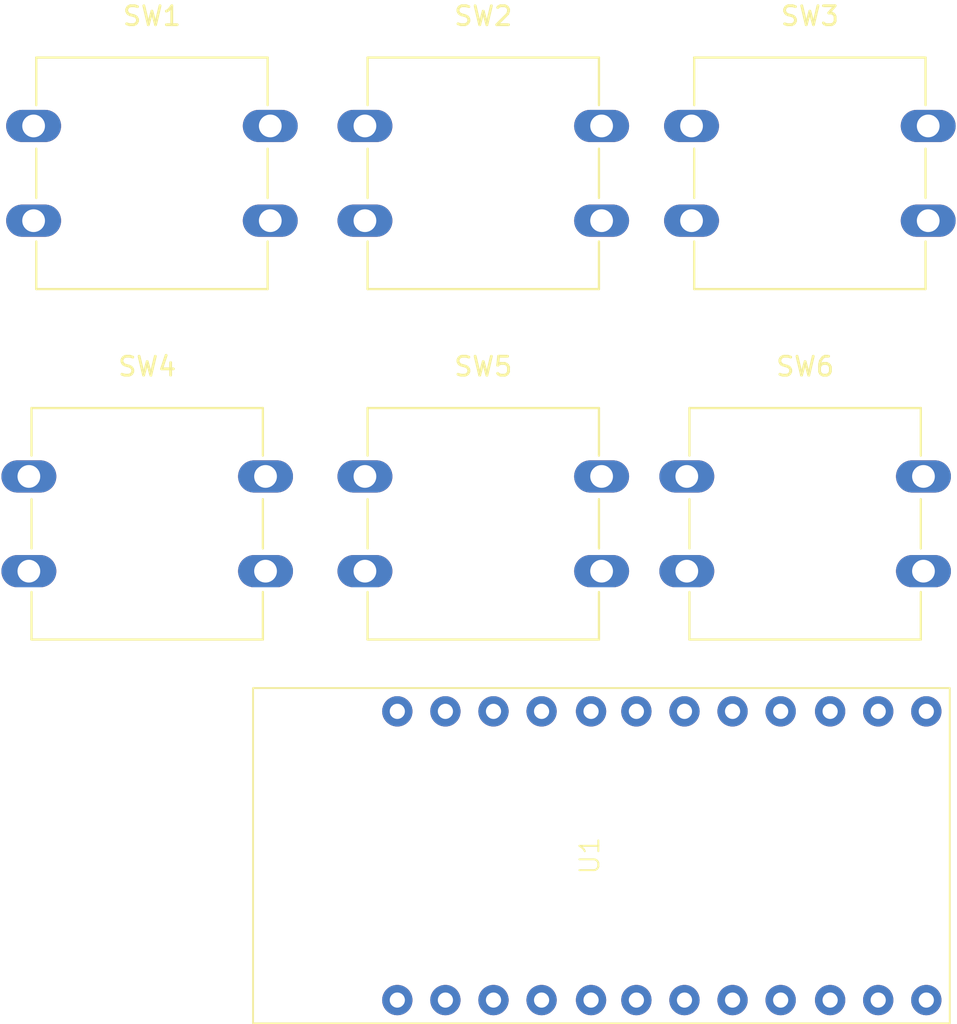
<source format=kicad_pcb>
(kicad_pcb (version 20241229) (generator "pcbnew") (generator_version "9.0")
  (layers (0 "F.Cu" signal) (2 "B.Cu" signal) (13 "F.Paste" user) (15 "B.Paste" user) (5 "F.SilkS" user "F.Silkscreen") (7 "B.SilkS" user "B.Silkscreen") (1 "F.Mask" user) (3 "B.Mask" user) (25 "Edge.Cuts" user))
  (net 0 "")
  (net 1 "GND")
  (net 2 "Net-(U1-2)")
  (net 3 "Net-(U1-3)")
  (net 4 "Net-(U1-4)")
  (net 5 "Net-(U1-5)")
  (net 6 "Net-(U1-6)")
  (net 7 "Net-(U1-7)")
  (footprint "Button_Switch_THT:SW_SPST_Omron_B3F-40xx" (layer "F.Cu") (at 40 49.5)
    (property "Reference" "SW4" (at 6.25 -5.8 0) (layer "F.SilkS"))
    (property "Value" "SW_Push")
    (fp_line (start 0.14 -3.61) (end 0.14 -1.1) (stroke (width 0.12)) (layer "F.SilkS"))
    (fp_line (start 0.14 -3.61) (end 12.36 -3.61) (stroke (width 0.12)) (layer "F.SilkS"))
    (fp_line (start 0.14 1.2) (end 0.14 3.8) (stroke (width 0.12)) (layer "F.SilkS"))
    (fp_line (start 0.14 6.1) (end 0.14 8.61) (stroke (width 0.12)) (layer "F.SilkS"))
    (fp_line (start 12.36 -3.61) (end 12.36 -1.1) (stroke (width 0.12)) (layer "F.SilkS"))
    (fp_line (start 12.36 1.2) (end 12.36 3.8) (stroke (width 0.12)) (layer "F.SilkS"))
    (fp_line (start 12.36 6.1) (end 12.36 8.61) (stroke (width 0.12)) (layer "F.SilkS"))
    (fp_line (start 12.36 8.61) (end 0.14 8.61) (stroke (width 0.12)) (layer "F.SilkS"))
    (pad "" np_thru_hole circle (at 6.25 -2) (size 1.8 1.8) (drill 1.8) (layers "*.Cu" "*.Mask"))
    (pad "" np_thru_hole circle (at 6.25 7) (size 1.8 1.8) (drill 1.8) (layers "*.Cu" "*.Mask"))
    (pad "1" thru_hole oval (at 0 0) (size 2.9 1.7) (drill 1.2) (layers "*.Cu" "*.Mask") (net 5 "Net-(U1-5)"))
    (pad "1" thru_hole oval (at 12.5 0) (size 2.9 1.7) (drill 1.2) (layers "*.Cu" "*.Mask") (net 5 "Net-(U1-5)"))
    (pad "2" thru_hole oval (at 0 5) (size 2.9 1.7) (drill 1.2) (layers "*.Cu" "*.Mask") (net 1 "GND"))
    (pad "2" thru_hole oval (at 12.5 5) (size 2.9 1.7) (drill 1.2) (layers "*.Cu" "*.Mask") (net 1 "GND"))
  )
  (footprint "fp_lib:pro-micro" (layer "F.Cu") (at 69.62 69.52 90)
    (property "Reference" "U1" (at 0 0 90) (layer "F.SilkS") (effects (font (thickness 0.1))))
    (property "Value" "~")
    (fp_rect (start -8.85 -17.78) (end 8.85 19.02) (stroke (width 0.1)) (fill no) (layer "F.SilkS"))
    (pad "1" thru_hole circle (at -7.62 -10.16 90) (size 1.6 1.6) (drill 0.8) (layers "*.Cu" "*.Mask"))
    (pad "2" thru_hole circle (at -7.62 -7.62 90) (size 1.6 1.6) (drill 0.8) (layers "*.Cu" "*.Mask"))
    (pad "3" thru_hole circle (at -7.62 -5.08 90) (size 1.6 1.6) (drill 0.8) (layers "*.Cu" "*.Mask") (net 1 "GND"))
    (pad "4" thru_hole circle (at -7.62 -2.54 90) (size 1.6 1.6) (drill 0.8) (layers "*.Cu" "*.Mask") (net 1 "GND"))
    (pad "5" thru_hole circle (at -7.62 0.072957 90) (size 1.6 1.6) (drill 0.8) (layers "*.Cu" "*.Mask") (net 2 "Net-(U1-2)"))
    (pad "6" thru_hole circle (at -7.62 2.467043 90) (size 1.6 1.6) (drill 0.8) (layers "*.Cu" "*.Mask") (net 3 "Net-(U1-3)"))
    (pad "7" thru_hole circle (at -7.62 5.007043 90) (size 1.6 1.6) (drill 0.8) (layers "*.Cu" "*.Mask") (net 4 "Net-(U1-4)"))
    (pad "8" thru_hole circle (at -7.62 7.547043 90) (size 1.6 1.6) (drill 0.8) (layers "*.Cu" "*.Mask") (net 5 "Net-(U1-5)"))
    (pad "9" thru_hole circle (at -7.62 10.087043 90) (size 1.6 1.6) (drill 0.8) (layers "*.Cu" "*.Mask") (net 6 "Net-(U1-6)"))
    (pad "10" thru_hole circle (at -7.62 12.7 90) (size 1.6 1.6) (drill 0.8) (layers "*.Cu" "*.Mask") (net 7 "Net-(U1-7)"))
    (pad "11" thru_hole circle (at -7.62 15.24 90) (size 1.6 1.6) (drill 0.8) (layers "*.Cu" "*.Mask"))
    (pad "12" thru_hole circle (at -7.62 17.78 90) (size 1.6 1.6) (drill 0.8) (layers "*.Cu" "*.Mask"))
    (pad "13" thru_hole circle (at 7.62 -10.16 90) (size 1.6 1.6) (drill 0.8) (layers "*.Cu" "*.Mask"))
    (pad "14" thru_hole circle (at 7.62 -7.62 90) (size 1.6 1.6) (drill 0.8) (layers "*.Cu" "*.Mask") (net 1 "GND"))
    (pad "15" thru_hole circle (at 7.62 -5.08 90) (size 1.6 1.6) (drill 0.8) (layers "*.Cu" "*.Mask"))
    (pad "16" thru_hole circle (at 7.62 -2.54 90) (size 1.6 1.6) (drill 0.8) (layers "*.Cu" "*.Mask"))
    (pad "17" thru_hole circle (at 7.62 0.072957 90) (size 1.6 1.6) (drill 0.8) (layers "*.Cu" "*.Mask"))
    (pad "18" thru_hole circle (at 7.62 2.467043 90) (size 1.6 1.6) (drill 0.8) (layers "*.Cu" "*.Mask"))
    (pad "19" thru_hole circle (at 7.62 5.007043 90) (size 1.6 1.6) (drill 0.8) (layers "*.Cu" "*.Mask"))
    (pad "20" thru_hole circle (at 7.62 7.547043 90) (size 1.6 1.6) (drill 0.8) (layers "*.Cu" "*.Mask"))
    (pad "21" thru_hole circle (at 7.62 10.087043 90) (size 1.6 1.6) (drill 0.8) (layers "*.Cu" "*.Mask"))
    (pad "22" thru_hole circle (at 7.62 12.7 90) (size 1.6 1.6) (drill 0.8) (layers "*.Cu" "*.Mask"))
    (pad "23" thru_hole circle (at 7.62 15.24 90) (size 1.6 1.6) (drill 0.8) (layers "*.Cu" "*.Mask"))
    (pad "24" thru_hole circle (at 7.62 17.78 90) (size 1.6 1.6) (drill 0.8) (layers "*.Cu" "*.Mask"))
  )
  (footprint "Button_Switch_THT:SW_SPST_Omron_B3F-40xx" (layer "F.Cu") (at 57.75 49.5)
    (property "Reference" "SW5" (at 6.25 -5.8 0) (layer "F.SilkS"))
    (property "Value" "SW_Push")
    (fp_line (start 0.14 -3.61) (end 0.14 -1.1) (stroke (width 0.12)) (layer "F.SilkS"))
    (fp_line (start 0.14 -3.61) (end 12.36 -3.61) (stroke (width 0.12)) (layer "F.SilkS"))
    (fp_line (start 0.14 1.2) (end 0.14 3.8) (stroke (width 0.12)) (layer "F.SilkS"))
    (fp_line (start 0.14 6.1) (end 0.14 8.61) (stroke (width 0.12)) (layer "F.SilkS"))
    (fp_line (start 12.36 -3.61) (end 12.36 -1.1) (stroke (width 0.12)) (layer "F.SilkS"))
    (fp_line (start 12.36 1.2) (end 12.36 3.8) (stroke (width 0.12)) (layer "F.SilkS"))
    (fp_line (start 12.36 6.1) (end 12.36 8.61) (stroke (width 0.12)) (layer "F.SilkS"))
    (fp_line (start 12.36 8.61) (end 0.14 8.61) (stroke (width 0.12)) (layer "F.SilkS"))
    (pad "" np_thru_hole circle (at 6.25 -2) (size 1.8 1.8) (drill 1.8) (layers "*.Cu" "*.Mask"))
    (pad "" np_thru_hole circle (at 6.25 7) (size 1.8 1.8) (drill 1.8) (layers "*.Cu" "*.Mask"))
    (pad "1" thru_hole oval (at 0 0) (size 2.9 1.7) (drill 1.2) (layers "*.Cu" "*.Mask") (net 6 "Net-(U1-6)"))
    (pad "1" thru_hole oval (at 12.5 0) (size 2.9 1.7) (drill 1.2) (layers "*.Cu" "*.Mask") (net 6 "Net-(U1-6)"))
    (pad "2" thru_hole oval (at 0 5) (size 2.9 1.7) (drill 1.2) (layers "*.Cu" "*.Mask") (net 1 "GND"))
    (pad "2" thru_hole oval (at 12.5 5) (size 2.9 1.7) (drill 1.2) (layers "*.Cu" "*.Mask") (net 1 "GND"))
  )
  (footprint "Button_Switch_THT:SW_SPST_Omron_B3F-40xx" (layer "F.Cu") (at 74.75 49.5)
    (property "Reference" "SW6" (at 6.25 -5.8 0) (layer "F.SilkS"))
    (property "Value" "SW_Push")
    (fp_line (start 0.14 -3.61) (end 0.14 -1.1) (stroke (width 0.12)) (layer "F.SilkS"))
    (fp_line (start 0.14 -3.61) (end 12.36 -3.61) (stroke (width 0.12)) (layer "F.SilkS"))
    (fp_line (start 0.14 1.2) (end 0.14 3.8) (stroke (width 0.12)) (layer "F.SilkS"))
    (fp_line (start 0.14 6.1) (end 0.14 8.61) (stroke (width 0.12)) (layer "F.SilkS"))
    (fp_line (start 12.36 -3.61) (end 12.36 -1.1) (stroke (width 0.12)) (layer "F.SilkS"))
    (fp_line (start 12.36 1.2) (end 12.36 3.8) (stroke (width 0.12)) (layer "F.SilkS"))
    (fp_line (start 12.36 6.1) (end 12.36 8.61) (stroke (width 0.12)) (layer "F.SilkS"))
    (fp_line (start 12.36 8.61) (end 0.14 8.61) (stroke (width 0.12)) (layer "F.SilkS"))
    (pad "" np_thru_hole circle (at 6.25 -2) (size 1.8 1.8) (drill 1.8) (layers "*.Cu" "*.Mask"))
    (pad "" np_thru_hole circle (at 6.25 7) (size 1.8 1.8) (drill 1.8) (layers "*.Cu" "*.Mask"))
    (pad "1" thru_hole oval (at 0 0) (size 2.9 1.7) (drill 1.2) (layers "*.Cu" "*.Mask") (net 7 "Net-(U1-7)"))
    (pad "1" thru_hole oval (at 12.5 0) (size 2.9 1.7) (drill 1.2) (layers "*.Cu" "*.Mask") (net 7 "Net-(U1-7)"))
    (pad "2" thru_hole oval (at 0 5) (size 2.9 1.7) (drill 1.2) (layers "*.Cu" "*.Mask") (net 1 "GND"))
    (pad "2" thru_hole oval (at 12.5 5) (size 2.9 1.7) (drill 1.2) (layers "*.Cu" "*.Mask") (net 1 "GND"))
  )
  (footprint "Button_Switch_THT:SW_SPST_Omron_B3F-40xx" (layer "F.Cu") (at 75 31)
    (property "Reference" "SW3" (at 6.25 -5.8 0) (layer "F.SilkS"))
    (property "Value" "SW_Push")
    (fp_line (start 0.14 -3.61) (end 0.14 -1.1) (stroke (width 0.12)) (layer "F.SilkS"))
    (fp_line (start 0.14 -3.61) (end 12.36 -3.61) (stroke (width 0.12)) (layer "F.SilkS"))
    (fp_line (start 0.14 1.2) (end 0.14 3.8) (stroke (width 0.12)) (layer "F.SilkS"))
    (fp_line (start 0.14 6.1) (end 0.14 8.61) (stroke (width 0.12)) (layer "F.SilkS"))
    (fp_line (start 12.36 -3.61) (end 12.36 -1.1) (stroke (width 0.12)) (layer "F.SilkS"))
    (fp_line (start 12.36 1.2) (end 12.36 3.8) (stroke (width 0.12)) (layer "F.SilkS"))
    (fp_line (start 12.36 6.1) (end 12.36 8.61) (stroke (width 0.12)) (layer "F.SilkS"))
    (fp_line (start 12.36 8.61) (end 0.14 8.61) (stroke (width 0.12)) (layer "F.SilkS"))
    (pad "" np_thru_hole circle (at 6.25 -2) (size 1.8 1.8) (drill 1.8) (layers "*.Cu" "*.Mask"))
    (pad "" np_thru_hole circle (at 6.25 7) (size 1.8 1.8) (drill 1.8) (layers "*.Cu" "*.Mask"))
    (pad "1" thru_hole oval (at 0 0) (size 2.9 1.7) (drill 1.2) (layers "*.Cu" "*.Mask") (net 4 "Net-(U1-4)"))
    (pad "1" thru_hole oval (at 12.5 0) (size 2.9 1.7) (drill 1.2) (layers "*.Cu" "*.Mask") (net 4 "Net-(U1-4)"))
    (pad "2" thru_hole oval (at 0 5) (size 2.9 1.7) (drill 1.2) (layers "*.Cu" "*.Mask") (net 1 "GND"))
    (pad "2" thru_hole oval (at 12.5 5) (size 2.9 1.7) (drill 1.2) (layers "*.Cu" "*.Mask") (net 1 "GND"))
  )
  (footprint "Button_Switch_THT:SW_SPST_Omron_B3F-40xx" (layer "F.Cu") (at 57.75 31)
    (property "Reference" "SW2" (at 6.25 -5.8 0) (layer "F.SilkS"))
    (property "Value" "SW_Push")
    (fp_line (start 0.14 -3.61) (end 0.14 -1.1) (stroke (width 0.12)) (layer "F.SilkS"))
    (fp_line (start 0.14 -3.61) (end 12.36 -3.61) (stroke (width 0.12)) (layer "F.SilkS"))
    (fp_line (start 0.14 1.2) (end 0.14 3.8) (stroke (width 0.12)) (layer "F.SilkS"))
    (fp_line (start 0.14 6.1) (end 0.14 8.61) (stroke (width 0.12)) (layer "F.SilkS"))
    (fp_line (start 12.36 -3.61) (end 12.36 -1.1) (stroke (width 0.12)) (layer "F.SilkS"))
    (fp_line (start 12.36 1.2) (end 12.36 3.8) (stroke (width 0.12)) (layer "F.SilkS"))
    (fp_line (start 12.36 6.1) (end 12.36 8.61) (stroke (width 0.12)) (layer "F.SilkS"))
    (fp_line (start 12.36 8.61) (end 0.14 8.61) (stroke (width 0.12)) (layer "F.SilkS"))
    (pad "" np_thru_hole circle (at 6.25 -2) (size 1.8 1.8) (drill 1.8) (layers "*.Cu" "*.Mask"))
    (pad "" np_thru_hole circle (at 6.25 7) (size 1.8 1.8) (drill 1.8) (layers "*.Cu" "*.Mask"))
    (pad "1" thru_hole oval (at 0 0) (size 2.9 1.7) (drill 1.2) (layers "*.Cu" "*.Mask") (net 3 "Net-(U1-3)"))
    (pad "1" thru_hole oval (at 12.5 0) (size 2.9 1.7) (drill 1.2) (layers "*.Cu" "*.Mask") (net 3 "Net-(U1-3)"))
    (pad "2" thru_hole oval (at 0 5) (size 2.9 1.7) (drill 1.2) (layers "*.Cu" "*.Mask") (net 1 "GND"))
    (pad "2" thru_hole oval (at 12.5 5) (size 2.9 1.7) (drill 1.2) (layers "*.Cu" "*.Mask") (net 1 "GND"))
  )
  (footprint "Button_Switch_THT:SW_SPST_Omron_B3F-40xx" (layer "F.Cu") (at 40.25 31)
    (property "Reference" "SW1" (at 6.25 -5.8 0) (layer "F.SilkS"))
    (property "Value" "SW_Push")
    (fp_line (start 0.14 -3.61) (end 0.14 -1.1) (stroke (width 0.12)) (layer "F.SilkS"))
    (fp_line (start 0.14 -3.61) (end 12.36 -3.61) (stroke (width 0.12)) (layer "F.SilkS"))
    (fp_line (start 0.14 1.2) (end 0.14 3.8) (stroke (width 0.12)) (layer "F.SilkS"))
    (fp_line (start 0.14 6.1) (end 0.14 8.61) (stroke (width 0.12)) (layer "F.SilkS"))
    (fp_line (start 12.36 -3.61) (end 12.36 -1.1) (stroke (width 0.12)) (layer "F.SilkS"))
    (fp_line (start 12.36 1.2) (end 12.36 3.8) (stroke (width 0.12)) (layer "F.SilkS"))
    (fp_line (start 12.36 6.1) (end 12.36 8.61) (stroke (width 0.12)) (layer "F.SilkS"))
    (fp_line (start 12.36 8.61) (end 0.14 8.61) (stroke (width 0.12)) (layer "F.SilkS"))
    (pad "" np_thru_hole circle (at 6.25 -2) (size 1.8 1.8) (drill 1.8) (layers "*.Cu" "*.Mask"))
    (pad "" np_thru_hole circle (at 6.25 7) (size 1.8 1.8) (drill 1.8) (layers "*.Cu" "*.Mask"))
    (pad "1" thru_hole oval (at 0 0) (size 2.9 1.7) (drill 1.2) (layers "*.Cu" "*.Mask") (net 2 "Net-(U1-2)"))
    (pad "1" thru_hole oval (at 12.5 0) (size 2.9 1.7) (drill 1.2) (layers "*.Cu" "*.Mask") (net 2 "Net-(U1-2)"))
    (pad "2" thru_hole oval (at 0 5) (size 2.9 1.7) (drill 1.2) (layers "*.Cu" "*.Mask") (net 1 "GND"))
    (pad "2" thru_hole oval (at 12.5 5) (size 2.9 1.7) (drill 1.2) (layers "*.Cu" "*.Mask") (net 1 "GND"))
  )
)
</source>
